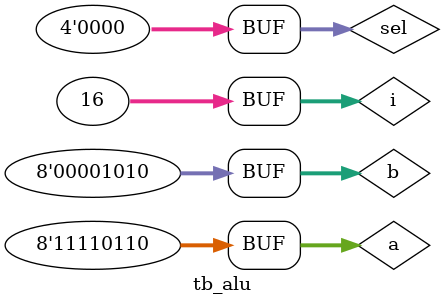
<source format=v>
module alu(a,b,sel,out,cout);
input [7:0]a,b;
input [3:0]sel;
output reg [7:0]out;
output reg cout;
always@(sel,a,b)
begin
case(sel)
0: {cout,out}=a+b;
1:out=a-b;
2:out= a*b;
3:out= a/b;
4:out= a<<1 ;
5:out=a>>1;
6:out={a[6:0],a[7]};
7:out={a[0],a[7:1]};
8:out= a&b ;
9:out= a^b ;
10:out=    ~(a^b)    ;
11:out=      a&b     ;
12:out=      ~(a&b)     ;
13:out=       a|b    ;
14:out=        ~(a|b)   ;
15:out=(a==b)?1:0;
default:out=a+b;
endcase
end
endmodule

 `timescale 1ns / 1ps  

module tb_alu;
//Inputs
 reg[7:0] a,b;
 reg[3:0] sel;

//Outputs
 wire[7:0] out;
 wire cout;
 // Verilog code for ALU
 integer i;
 alu test_unit(a,b,sel,out,cout
        );
    initial begin
    // hold reset state for 100 ns.
      a = 8'h0A;
      b = 4'h02;
      sel = 4'h0;
      
      for (i=0;i<=15;i=i+1)
      begin
       sel = sel + 8'h01;
       #10;
      end
      
      a = 8'hF6;
      b = 8'h0A;
      
    end
endmodule
</source>
